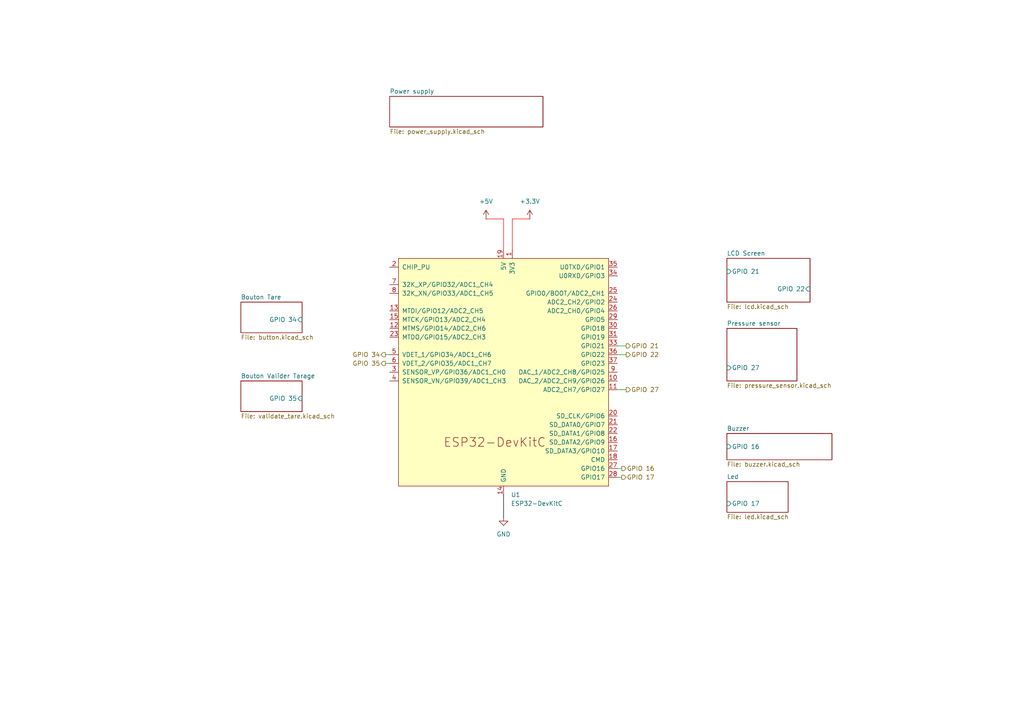
<source format=kicad_sch>
(kicad_sch (version 20250114) (generator "eeschema") (generator_version "9.0")
  (paper "A4")
  (lib_symbols
    (symbol "PCM_Espressif:ESP32-DevKitC" (pin_names (offset 1.016))
      (property "Reference" "U" (at -30.48 38.1 0))
      (property "Value" "ESP32-DevKitC" (at -30.48 35.56 0))
      (symbol "ESP32-DevKitC_0_0"
        (text "ESP32-DevKitC" (at -2.54 -20.32 0) (effects (font (size 2.54 2.54))))
        (pin power_in line (at 0 35.56 270) (length 2.54) (name "5V") (number "19"))
        (pin power_in line (at 0 -35.56 90) (length 2.54) (name "GND") (number "14"))
      )
      (symbol "ESP32-DevKitC_0_1"
        (rectangle (start -30.48 33.02) (end 30.48 -33.02) (fill (type background)))
      )
      (symbol "ESP32-DevKitC_1_1"
        (pin input line (at -33.02 30.48 0) (length 2.54) (name "CHIP_PU") (number "2"))
        (pin bidirectional line (at -33.02 25.4 0) (length 2.54) (name "32K_XP/GPIO32/ADC1_CH4") (number "7"))
        (pin bidirectional line (at -33.02 22.86 0) (length 2.54) (name "32K_XN/GPIO33/ADC1_CH5") (number "8"))
        (pin bidirectional line (at -33.02 17.78 0) (length 2.54) (name "MTDI/GPIO12/ADC2_CH5") (number "13"))
        (pin bidirectional line (at -33.02 15.24 0) (length 2.54) (name "MTCK/GPIO13/ADC2_CH4") (number "15"))
        (pin bidirectional line (at -33.02 12.7 0) (length 2.54) (name "MTMS/GPIO14/ADC2_CH6") (number "12"))
        (pin bidirectional line (at -33.02 10.16 0) (length 2.54) (name "MTDO/GPIO15/ADC2_CH3") (number "23"))
        (pin input line (at -33.02 5.08 0) (length 2.54) (name "VDET_1/GPIO34/ADC1_CH6") (number "5"))
        (pin input line (at -33.02 2.54 0) (length 2.54) (name "VDET_2/GPIO35/ADC1_CH7") (number "6"))
        (pin input line (at -33.02 0 0) (length 2.54) (name "SENSOR_VP/GPIO36/ADC1_CH0") (number "3"))
        (pin input line (at -33.02 -2.54 0) (length 2.54) (name "SENSOR_VN/GPIO39/ADC1_CH3") (number "4"))
        (pin passive line (at 0 -35.56 90) (length 2.54) (hide yes) (name "GND") (number "32"))
        (pin passive line (at 0 -35.56 90) (length 2.54) (hide yes) (name "GND") (number "38"))
        (pin power_in line (at 2.54 35.56 270) (length 2.54) (name "3V3") (number "1"))
        (pin bidirectional line (at 33.02 30.48 180) (length 2.54) (name "U0TXD/GPIO1") (number "35"))
        (pin bidirectional line (at 33.02 27.94 180) (length 2.54) (name "U0RXD/GPIO3") (number "34"))
        (pin bidirectional line (at 33.02 22.86 180) (length 2.54) (name "GPIO0/BOOT/ADC2_CH1") (number "25"))
        (pin bidirectional line (at 33.02 20.32 180) (length 2.54) (name "ADC2_CH2/GPIO2") (number "24"))
        (pin bidirectional line (at 33.02 17.78 180) (length 2.54) (name "ADC2_CH0/GPIO4") (number "26"))
        (pin bidirectional line (at 33.02 15.24 180) (length 2.54) (name "GPIO5") (number "29"))
        (pin bidirectional line (at 33.02 12.7 180) (length 2.54) (name "GPIO18") (number "30"))
        (pin bidirectional line (at 33.02 10.16 180) (length 2.54) (name "GPIO19") (number "31"))
        (pin bidirectional line (at 33.02 7.62 180) (length 2.54) (name "GPIO21") (number "33"))
        (pin bidirectional line (at 33.02 5.08 180) (length 2.54) (name "GPIO22") (number "36"))
        (pin bidirectional line (at 33.02 2.54 180) (length 2.54) (name "GPIO23") (number "37"))
        (pin bidirectional line (at 33.02 0 180) (length 2.54) (name "DAC_1/ADC2_CH8/GPIO25") (number "9"))
        (pin bidirectional line (at 33.02 -2.54 180) (length 2.54) (name "DAC_2/ADC2_CH9/GPIO26") (number "10"))
        (pin bidirectional line (at 33.02 -5.08 180) (length 2.54) (name "ADC2_CH7/GPIO27") (number "11"))
        (pin bidirectional line (at 33.02 -12.7 180) (length 2.54) (name "SD_CLK/GPIO6") (number "20"))
        (pin bidirectional line (at 33.02 -15.24 180) (length 2.54) (name "SD_DATA0/GPIO7") (number "21"))
        (pin bidirectional line (at 33.02 -17.78 180) (length 2.54) (name "SD_DATA1/GPIO8") (number "22"))
        (pin bidirectional line (at 33.02 -20.32 180) (length 2.54) (name "SD_DATA2/GPIO9") (number "16"))
        (pin bidirectional line (at 33.02 -22.86 180) (length 2.54) (name "SD_DATA3/GPIO10") (number "17"))
        (pin bidirectional line (at 33.02 -25.4 180) (length 2.54) (name "CMD") (number "18"))
        (pin bidirectional line (at 33.02 -27.94 180) (length 2.54) (name "GPIO16") (number "27"))
        (pin bidirectional line (at 33.02 -30.48 180) (length 2.54) (name "GPIO17") (number "28"))
      )
    )
    (symbol "power:+3.3V" (power) (pin_numbers (hide yes)) (pin_names (offset 0) (hide yes))
      (property "Value" "+3.3V" (at 0 3.556 0))
      (symbol "+3.3V_0_1"
        (polyline (pts (xy -0.762 1.27) (xy 0 2.54)))
        (polyline (pts (xy 0 2.54) (xy 0.762 1.27)))
        (polyline (pts (xy 0 0) (xy 0 2.54)))
      )
      (symbol "+3.3V_1_1"
        (pin power_in line (at 0 0 90) (length 0) (name "~") (number "1"))
      )
    )
    (symbol "power:+5V" (power) (pin_numbers (hide yes)) (pin_names (offset 0) (hide yes))
      (property "Value" "+5V" (at 0 3.556 0))
      (symbol "+5V_0_1"
        (polyline (pts (xy -0.762 1.27) (xy 0 2.54)))
        (polyline (pts (xy 0 2.54) (xy 0.762 1.27)))
        (polyline (pts (xy 0 0) (xy 0 2.54)))
      )
      (symbol "+5V_1_1"
        (pin power_in line (at 0 0 90) (length 0) (name "~") (number "1"))
      )
    )
    (symbol "power:GND" (power) (pin_numbers (hide yes)) (pin_names (offset 0) (hide yes))
      (property "Value" "GND" (at 0 -3.81 0))
      (symbol "GND_0_1"
        (polyline (pts (xy 0 0) (xy 0 -1.27) (xy 1.27 -1.27) (xy 0 -2.54) (xy -1.27 -1.27) (xy 0 -1.27)))
      )
      (symbol "GND_1_1"
        (pin power_in line (at 0 0 270) (length 0) (name "~") (number "1"))
      )
    )
  )
  (wire (pts (xy 146.05 143.51) (xy 146.05 149.86)) (stroke (width 0) (color 0 0 0 1)))
  (wire (pts (xy 140.97 63.5) (xy 146.05 63.5)) (stroke (width 0) (color 255 0 0 1)))
  (wire (pts (xy 179.07 102.87) (xy 181.61 102.87)))
  (wire (pts (xy 179.07 135.89) (xy 180.34 135.89)))
  (wire (pts (xy 181.61 113.03) (xy 179.07 113.03)))
  (wire (pts (xy 111.76 102.87) (xy 113.03 102.87)))
  (wire (pts (xy 111.76 105.41) (xy 113.03 105.41)))
  (wire (pts (xy 146.05 63.5) (xy 146.05 72.39)) (stroke (width 0) (color 255 0 0 1)))
  (wire (pts (xy 148.59 63.5) (xy 153.67 63.5)) (stroke (width 0) (color 255 0 0 1)))
  (wire (pts (xy 180.34 138.43) (xy 179.07 138.43)))
  (wire (pts (xy 179.07 100.33) (xy 181.61 100.33)))
  (wire (pts (xy 148.59 72.39) (xy 148.59 63.5)) (stroke (width 0) (color 255 0 0 1)))
  (hierarchical_label "GPIO 17" (shape output) (at 180.34 138.43 0))
  (hierarchical_label "GPIO 22" (shape output) (at 181.61 102.87 0))
  (hierarchical_label "GPIO 16" (shape output) (at 180.34 135.89 0))
  (hierarchical_label "GPIO 35" (shape output) (at 111.76 105.41 180))
  (hierarchical_label "GPIO 34" (shape output) (at 111.76 102.87 180))
  (hierarchical_label "GPIO 27" (shape output) (at 181.61 113.03 0))
  (hierarchical_label "GPIO 21" (shape output) (at 181.61 100.33 0))
  (symbol (lib_id "power:+5V") (at 140.97 63.5 0) (unit 1)
    (property "Reference" "#PWR01" (effects (hide yes)))
    (property "Value" "+5V" (at 140.97 58.42 0))
    (property "Description" "Power symbol creates a global label with name \"+5V\"" (effects (hide yes)))
  )
  (symbol (lib_id "PCM_Espressif:ESP32-DevKitC") (at 146.05 107.95 0) (unit 1)
    (property "Reference" "U1" (at 148.1933 143.51 0) (effects (justify left)))
    (property "Value" "ESP32-DevKitC" (at 148.1933 146.05 0) (effects (justify left)))
    (property "Footprint" "PCM_Espressif:ESP32-DevKitC" (effects (hide yes)))
    (property "Datasheet" "https://docs.espressif.com/projects/esp-idf/zh_CN/latest/esp32/hw-reference/esp32/get-started-devkitc.html" (effects (hide yes)))
    (property "Description" "Development Kit" (effects (hide yes)))
  )
  (symbol (lib_id "power:GND") (at 146.05 149.86 0) (unit 1)
    (property "Reference" "#PWR02" (effects (hide yes)))
    (property "Value" "GND" (at 146.05 154.94 0))
    (property "Description" "Power symbol creates a global label with name \"GND\" , ground" (effects (hide yes)))
  )
  (symbol (lib_id "power:+3.3V") (at 153.67 63.5 0) (unit 1)
    (property "Reference" "#PWR03" (effects (hide yes)))
    (property "Value" "+3.3V" (at 153.67 58.42 0))
    (property "Description" "Power symbol creates a global label with name \"+3.3V\"" (effects (hide yes)))
  )
  (sheet (at 113.03 27.94) (size 44.45 8.89) (stroke (width 0.1524))
    (property "Sheetname" "Power supply" (at 113.03 27.2284 0) (effects (justify left bottom)))
    (property "Sheetfile" "power_supply.kicad_sch" (at 113.03 37.4146 0) (effects (justify left top)))
  )
  (sheet (at 210.82 139.7) (size 17.78 8.89) (stroke (width 0.1524))
    (property "Sheetname" "Led" (at 210.82 138.9884 0) (effects (justify left bottom)))
    (property "Sheetfile" "led.kicad_sch" (at 210.82 149.1746 0) (effects (justify left top)))
    (pin "GPIO 17" input (at 210.82 146.05 180))
  )
  (sheet (at 210.82 125.73) (size 30.48 7.62) (stroke (width 0.1524))
    (property "Sheetname" "Buzzer" (at 210.82 125.0184 0) (effects (justify left bottom)))
    (property "Sheetfile" "buzzer.kicad_sch" (at 210.82 133.9346 0) (effects (justify left top)))
    (pin "GPIO 16" input (at 210.82 129.54 180))
  )
  (sheet (at 69.85 87.63) (size 17.78 8.89) (stroke (width 0.1524))
    (property "Sheetname" "Bouton Tare" (at 69.85 86.9184 0) (effects (justify left bottom)))
    (property "Sheetfile" "button.kicad_sch" (at 69.85 97.1046 0) (effects (justify left top)))
    (pin "GPIO 34" input (at 87.63 92.71 0))
  )
  (sheet (at 210.82 95.25) (size 20.32 15.24) (stroke (width 0.1524))
    (property "Sheetname" "Pressure sensor" (at 210.82 94.5384 0) (effects (justify left bottom)))
    (property "Sheetfile" "pressure_sensor.kicad_sch" (at 210.82 111.0746 0) (effects (justify left top)))
    (pin "GPIO 27" input (at 210.82 106.68 180))
  )
  (sheet (at 210.82 74.93) (size 24.13 12.7) (stroke (width 0.1524))
    (property "Sheetname" "LCD Screen" (at 210.82 74.2184 0) (effects (justify left bottom)))
    (property "Sheetfile" "lcd.kicad_sch" (at 210.82 88.2146 0) (effects (justify left top)))
    (pin "GPIO 22" input (at 234.95 83.82 0))
    (pin "GPIO 21" input (at 210.82 78.74 180))
  )
  (sheet (at 69.85 110.49) (size 17.78 8.89) (stroke (width 0.1524))
    (property "Sheetname" "Bouton Valider Tarage" (at 69.85 109.7784 0) (effects (justify left bottom)))
    (property "Sheetfile" "validate_tare.kicad_sch" (at 69.85 119.9646 0) (effects (justify left top)))
    (pin "GPIO 35" input (at 87.63 115.57 0))
  )
)
</source>
